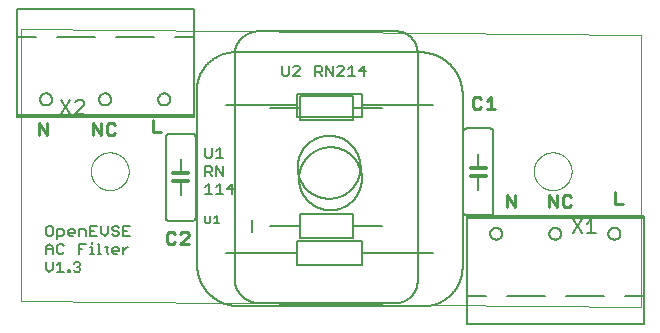
<source format=gto>
G75*
%MOIN*%
%OFA0B0*%
%FSLAX25Y25*%
%IPPOS*%
%LPD*%
%AMOC8*
5,1,8,0,0,1.08239X$1,22.5*
%
%ADD10C,0.00000*%
%ADD11C,0.00700*%
%ADD12C,0.00600*%
%ADD13C,0.00900*%
%ADD14C,0.00500*%
%ADD15C,0.01200*%
D10*
X0002816Y0009005D02*
X0002816Y0099556D01*
X0209509Y0097556D01*
X0209509Y0007005D01*
X0002816Y0009005D01*
X0026044Y0052280D02*
X0026046Y0052438D01*
X0026052Y0052596D01*
X0026062Y0052754D01*
X0026076Y0052912D01*
X0026094Y0053069D01*
X0026115Y0053226D01*
X0026141Y0053382D01*
X0026171Y0053538D01*
X0026204Y0053693D01*
X0026242Y0053846D01*
X0026283Y0053999D01*
X0026328Y0054151D01*
X0026377Y0054302D01*
X0026430Y0054451D01*
X0026486Y0054599D01*
X0026546Y0054745D01*
X0026610Y0054890D01*
X0026678Y0055033D01*
X0026749Y0055175D01*
X0026823Y0055315D01*
X0026901Y0055452D01*
X0026983Y0055588D01*
X0027067Y0055722D01*
X0027156Y0055853D01*
X0027247Y0055982D01*
X0027342Y0056109D01*
X0027439Y0056234D01*
X0027540Y0056356D01*
X0027644Y0056475D01*
X0027751Y0056592D01*
X0027861Y0056706D01*
X0027974Y0056817D01*
X0028089Y0056926D01*
X0028207Y0057031D01*
X0028328Y0057133D01*
X0028451Y0057233D01*
X0028577Y0057329D01*
X0028705Y0057422D01*
X0028835Y0057512D01*
X0028968Y0057598D01*
X0029103Y0057682D01*
X0029239Y0057761D01*
X0029378Y0057838D01*
X0029519Y0057910D01*
X0029661Y0057980D01*
X0029805Y0058045D01*
X0029951Y0058107D01*
X0030098Y0058165D01*
X0030247Y0058220D01*
X0030397Y0058271D01*
X0030548Y0058318D01*
X0030700Y0058361D01*
X0030853Y0058400D01*
X0031008Y0058436D01*
X0031163Y0058467D01*
X0031319Y0058495D01*
X0031475Y0058519D01*
X0031632Y0058539D01*
X0031790Y0058555D01*
X0031947Y0058567D01*
X0032106Y0058575D01*
X0032264Y0058579D01*
X0032422Y0058579D01*
X0032580Y0058575D01*
X0032739Y0058567D01*
X0032896Y0058555D01*
X0033054Y0058539D01*
X0033211Y0058519D01*
X0033367Y0058495D01*
X0033523Y0058467D01*
X0033678Y0058436D01*
X0033833Y0058400D01*
X0033986Y0058361D01*
X0034138Y0058318D01*
X0034289Y0058271D01*
X0034439Y0058220D01*
X0034588Y0058165D01*
X0034735Y0058107D01*
X0034881Y0058045D01*
X0035025Y0057980D01*
X0035167Y0057910D01*
X0035308Y0057838D01*
X0035447Y0057761D01*
X0035583Y0057682D01*
X0035718Y0057598D01*
X0035851Y0057512D01*
X0035981Y0057422D01*
X0036109Y0057329D01*
X0036235Y0057233D01*
X0036358Y0057133D01*
X0036479Y0057031D01*
X0036597Y0056926D01*
X0036712Y0056817D01*
X0036825Y0056706D01*
X0036935Y0056592D01*
X0037042Y0056475D01*
X0037146Y0056356D01*
X0037247Y0056234D01*
X0037344Y0056109D01*
X0037439Y0055982D01*
X0037530Y0055853D01*
X0037619Y0055722D01*
X0037703Y0055588D01*
X0037785Y0055452D01*
X0037863Y0055315D01*
X0037937Y0055175D01*
X0038008Y0055033D01*
X0038076Y0054890D01*
X0038140Y0054745D01*
X0038200Y0054599D01*
X0038256Y0054451D01*
X0038309Y0054302D01*
X0038358Y0054151D01*
X0038403Y0053999D01*
X0038444Y0053846D01*
X0038482Y0053693D01*
X0038515Y0053538D01*
X0038545Y0053382D01*
X0038571Y0053226D01*
X0038592Y0053069D01*
X0038610Y0052912D01*
X0038624Y0052754D01*
X0038634Y0052596D01*
X0038640Y0052438D01*
X0038642Y0052280D01*
X0038640Y0052122D01*
X0038634Y0051964D01*
X0038624Y0051806D01*
X0038610Y0051648D01*
X0038592Y0051491D01*
X0038571Y0051334D01*
X0038545Y0051178D01*
X0038515Y0051022D01*
X0038482Y0050867D01*
X0038444Y0050714D01*
X0038403Y0050561D01*
X0038358Y0050409D01*
X0038309Y0050258D01*
X0038256Y0050109D01*
X0038200Y0049961D01*
X0038140Y0049815D01*
X0038076Y0049670D01*
X0038008Y0049527D01*
X0037937Y0049385D01*
X0037863Y0049245D01*
X0037785Y0049108D01*
X0037703Y0048972D01*
X0037619Y0048838D01*
X0037530Y0048707D01*
X0037439Y0048578D01*
X0037344Y0048451D01*
X0037247Y0048326D01*
X0037146Y0048204D01*
X0037042Y0048085D01*
X0036935Y0047968D01*
X0036825Y0047854D01*
X0036712Y0047743D01*
X0036597Y0047634D01*
X0036479Y0047529D01*
X0036358Y0047427D01*
X0036235Y0047327D01*
X0036109Y0047231D01*
X0035981Y0047138D01*
X0035851Y0047048D01*
X0035718Y0046962D01*
X0035583Y0046878D01*
X0035447Y0046799D01*
X0035308Y0046722D01*
X0035167Y0046650D01*
X0035025Y0046580D01*
X0034881Y0046515D01*
X0034735Y0046453D01*
X0034588Y0046395D01*
X0034439Y0046340D01*
X0034289Y0046289D01*
X0034138Y0046242D01*
X0033986Y0046199D01*
X0033833Y0046160D01*
X0033678Y0046124D01*
X0033523Y0046093D01*
X0033367Y0046065D01*
X0033211Y0046041D01*
X0033054Y0046021D01*
X0032896Y0046005D01*
X0032739Y0045993D01*
X0032580Y0045985D01*
X0032422Y0045981D01*
X0032264Y0045981D01*
X0032106Y0045985D01*
X0031947Y0045993D01*
X0031790Y0046005D01*
X0031632Y0046021D01*
X0031475Y0046041D01*
X0031319Y0046065D01*
X0031163Y0046093D01*
X0031008Y0046124D01*
X0030853Y0046160D01*
X0030700Y0046199D01*
X0030548Y0046242D01*
X0030397Y0046289D01*
X0030247Y0046340D01*
X0030098Y0046395D01*
X0029951Y0046453D01*
X0029805Y0046515D01*
X0029661Y0046580D01*
X0029519Y0046650D01*
X0029378Y0046722D01*
X0029239Y0046799D01*
X0029103Y0046878D01*
X0028968Y0046962D01*
X0028835Y0047048D01*
X0028705Y0047138D01*
X0028577Y0047231D01*
X0028451Y0047327D01*
X0028328Y0047427D01*
X0028207Y0047529D01*
X0028089Y0047634D01*
X0027974Y0047743D01*
X0027861Y0047854D01*
X0027751Y0047968D01*
X0027644Y0048085D01*
X0027540Y0048204D01*
X0027439Y0048326D01*
X0027342Y0048451D01*
X0027247Y0048578D01*
X0027156Y0048707D01*
X0027067Y0048838D01*
X0026983Y0048972D01*
X0026901Y0049108D01*
X0026823Y0049245D01*
X0026749Y0049385D01*
X0026678Y0049527D01*
X0026610Y0049670D01*
X0026546Y0049815D01*
X0026486Y0049961D01*
X0026430Y0050109D01*
X0026377Y0050258D01*
X0026328Y0050409D01*
X0026283Y0050561D01*
X0026242Y0050714D01*
X0026204Y0050867D01*
X0026171Y0051022D01*
X0026141Y0051178D01*
X0026115Y0051334D01*
X0026094Y0051491D01*
X0026076Y0051648D01*
X0026062Y0051806D01*
X0026052Y0051964D01*
X0026046Y0052122D01*
X0026044Y0052280D01*
X0173682Y0052280D02*
X0173684Y0052438D01*
X0173690Y0052596D01*
X0173700Y0052754D01*
X0173714Y0052912D01*
X0173732Y0053069D01*
X0173753Y0053226D01*
X0173779Y0053382D01*
X0173809Y0053538D01*
X0173842Y0053693D01*
X0173880Y0053846D01*
X0173921Y0053999D01*
X0173966Y0054151D01*
X0174015Y0054302D01*
X0174068Y0054451D01*
X0174124Y0054599D01*
X0174184Y0054745D01*
X0174248Y0054890D01*
X0174316Y0055033D01*
X0174387Y0055175D01*
X0174461Y0055315D01*
X0174539Y0055452D01*
X0174621Y0055588D01*
X0174705Y0055722D01*
X0174794Y0055853D01*
X0174885Y0055982D01*
X0174980Y0056109D01*
X0175077Y0056234D01*
X0175178Y0056356D01*
X0175282Y0056475D01*
X0175389Y0056592D01*
X0175499Y0056706D01*
X0175612Y0056817D01*
X0175727Y0056926D01*
X0175845Y0057031D01*
X0175966Y0057133D01*
X0176089Y0057233D01*
X0176215Y0057329D01*
X0176343Y0057422D01*
X0176473Y0057512D01*
X0176606Y0057598D01*
X0176741Y0057682D01*
X0176877Y0057761D01*
X0177016Y0057838D01*
X0177157Y0057910D01*
X0177299Y0057980D01*
X0177443Y0058045D01*
X0177589Y0058107D01*
X0177736Y0058165D01*
X0177885Y0058220D01*
X0178035Y0058271D01*
X0178186Y0058318D01*
X0178338Y0058361D01*
X0178491Y0058400D01*
X0178646Y0058436D01*
X0178801Y0058467D01*
X0178957Y0058495D01*
X0179113Y0058519D01*
X0179270Y0058539D01*
X0179428Y0058555D01*
X0179585Y0058567D01*
X0179744Y0058575D01*
X0179902Y0058579D01*
X0180060Y0058579D01*
X0180218Y0058575D01*
X0180377Y0058567D01*
X0180534Y0058555D01*
X0180692Y0058539D01*
X0180849Y0058519D01*
X0181005Y0058495D01*
X0181161Y0058467D01*
X0181316Y0058436D01*
X0181471Y0058400D01*
X0181624Y0058361D01*
X0181776Y0058318D01*
X0181927Y0058271D01*
X0182077Y0058220D01*
X0182226Y0058165D01*
X0182373Y0058107D01*
X0182519Y0058045D01*
X0182663Y0057980D01*
X0182805Y0057910D01*
X0182946Y0057838D01*
X0183085Y0057761D01*
X0183221Y0057682D01*
X0183356Y0057598D01*
X0183489Y0057512D01*
X0183619Y0057422D01*
X0183747Y0057329D01*
X0183873Y0057233D01*
X0183996Y0057133D01*
X0184117Y0057031D01*
X0184235Y0056926D01*
X0184350Y0056817D01*
X0184463Y0056706D01*
X0184573Y0056592D01*
X0184680Y0056475D01*
X0184784Y0056356D01*
X0184885Y0056234D01*
X0184982Y0056109D01*
X0185077Y0055982D01*
X0185168Y0055853D01*
X0185257Y0055722D01*
X0185341Y0055588D01*
X0185423Y0055452D01*
X0185501Y0055315D01*
X0185575Y0055175D01*
X0185646Y0055033D01*
X0185714Y0054890D01*
X0185778Y0054745D01*
X0185838Y0054599D01*
X0185894Y0054451D01*
X0185947Y0054302D01*
X0185996Y0054151D01*
X0186041Y0053999D01*
X0186082Y0053846D01*
X0186120Y0053693D01*
X0186153Y0053538D01*
X0186183Y0053382D01*
X0186209Y0053226D01*
X0186230Y0053069D01*
X0186248Y0052912D01*
X0186262Y0052754D01*
X0186272Y0052596D01*
X0186278Y0052438D01*
X0186280Y0052280D01*
X0186278Y0052122D01*
X0186272Y0051964D01*
X0186262Y0051806D01*
X0186248Y0051648D01*
X0186230Y0051491D01*
X0186209Y0051334D01*
X0186183Y0051178D01*
X0186153Y0051022D01*
X0186120Y0050867D01*
X0186082Y0050714D01*
X0186041Y0050561D01*
X0185996Y0050409D01*
X0185947Y0050258D01*
X0185894Y0050109D01*
X0185838Y0049961D01*
X0185778Y0049815D01*
X0185714Y0049670D01*
X0185646Y0049527D01*
X0185575Y0049385D01*
X0185501Y0049245D01*
X0185423Y0049108D01*
X0185341Y0048972D01*
X0185257Y0048838D01*
X0185168Y0048707D01*
X0185077Y0048578D01*
X0184982Y0048451D01*
X0184885Y0048326D01*
X0184784Y0048204D01*
X0184680Y0048085D01*
X0184573Y0047968D01*
X0184463Y0047854D01*
X0184350Y0047743D01*
X0184235Y0047634D01*
X0184117Y0047529D01*
X0183996Y0047427D01*
X0183873Y0047327D01*
X0183747Y0047231D01*
X0183619Y0047138D01*
X0183489Y0047048D01*
X0183356Y0046962D01*
X0183221Y0046878D01*
X0183085Y0046799D01*
X0182946Y0046722D01*
X0182805Y0046650D01*
X0182663Y0046580D01*
X0182519Y0046515D01*
X0182373Y0046453D01*
X0182226Y0046395D01*
X0182077Y0046340D01*
X0181927Y0046289D01*
X0181776Y0046242D01*
X0181624Y0046199D01*
X0181471Y0046160D01*
X0181316Y0046124D01*
X0181161Y0046093D01*
X0181005Y0046065D01*
X0180849Y0046041D01*
X0180692Y0046021D01*
X0180534Y0046005D01*
X0180377Y0045993D01*
X0180218Y0045985D01*
X0180060Y0045981D01*
X0179902Y0045981D01*
X0179744Y0045985D01*
X0179585Y0045993D01*
X0179428Y0046005D01*
X0179270Y0046021D01*
X0179113Y0046041D01*
X0178957Y0046065D01*
X0178801Y0046093D01*
X0178646Y0046124D01*
X0178491Y0046160D01*
X0178338Y0046199D01*
X0178186Y0046242D01*
X0178035Y0046289D01*
X0177885Y0046340D01*
X0177736Y0046395D01*
X0177589Y0046453D01*
X0177443Y0046515D01*
X0177299Y0046580D01*
X0177157Y0046650D01*
X0177016Y0046722D01*
X0176877Y0046799D01*
X0176741Y0046878D01*
X0176606Y0046962D01*
X0176473Y0047048D01*
X0176343Y0047138D01*
X0176215Y0047231D01*
X0176089Y0047327D01*
X0175966Y0047427D01*
X0175845Y0047529D01*
X0175727Y0047634D01*
X0175612Y0047743D01*
X0175499Y0047854D01*
X0175389Y0047968D01*
X0175282Y0048085D01*
X0175178Y0048204D01*
X0175077Y0048326D01*
X0174980Y0048451D01*
X0174885Y0048578D01*
X0174794Y0048707D01*
X0174705Y0048838D01*
X0174621Y0048972D01*
X0174539Y0049108D01*
X0174461Y0049245D01*
X0174387Y0049385D01*
X0174316Y0049527D01*
X0174248Y0049670D01*
X0174184Y0049815D01*
X0174124Y0049961D01*
X0174068Y0050109D01*
X0174015Y0050258D01*
X0173966Y0050409D01*
X0173921Y0050561D01*
X0173880Y0050714D01*
X0173842Y0050867D01*
X0173809Y0051022D01*
X0173779Y0051178D01*
X0173753Y0051334D01*
X0173732Y0051491D01*
X0173714Y0051648D01*
X0173700Y0051806D01*
X0173690Y0051964D01*
X0173684Y0052122D01*
X0173682Y0052280D01*
D11*
X0117213Y0084126D02*
X0117213Y0087429D01*
X0115562Y0085778D01*
X0117764Y0085778D01*
X0114081Y0084126D02*
X0111879Y0084126D01*
X0112980Y0084126D02*
X0112980Y0087429D01*
X0111879Y0086328D01*
X0110398Y0086328D02*
X0110398Y0086879D01*
X0109847Y0087429D01*
X0108746Y0087429D01*
X0108196Y0086879D01*
X0106714Y0087429D02*
X0106714Y0084126D01*
X0104512Y0087429D01*
X0104512Y0084126D01*
X0103031Y0084126D02*
X0101930Y0085227D01*
X0102481Y0085227D02*
X0100829Y0085227D01*
X0100829Y0084126D02*
X0100829Y0087429D01*
X0102481Y0087429D01*
X0103031Y0086879D01*
X0103031Y0085778D01*
X0102481Y0085227D01*
X0108196Y0084126D02*
X0110398Y0086328D01*
X0110398Y0084126D02*
X0108196Y0084126D01*
X0095665Y0084126D02*
X0093463Y0084126D01*
X0095665Y0086328D01*
X0095665Y0086879D01*
X0095114Y0087429D01*
X0094014Y0087429D01*
X0093463Y0086879D01*
X0091982Y0087429D02*
X0091982Y0084677D01*
X0091431Y0084126D01*
X0090330Y0084126D01*
X0089780Y0084677D01*
X0089780Y0087429D01*
X0068973Y0060059D02*
X0068973Y0056756D01*
X0067873Y0056756D02*
X0070074Y0056756D01*
X0070074Y0054059D02*
X0070074Y0050756D01*
X0067873Y0054059D01*
X0067873Y0050756D01*
X0066391Y0050756D02*
X0065290Y0051857D01*
X0065841Y0051857D02*
X0064189Y0051857D01*
X0064189Y0050756D02*
X0064189Y0054059D01*
X0065841Y0054059D01*
X0066391Y0053509D01*
X0066391Y0052408D01*
X0065841Y0051857D01*
X0065290Y0048059D02*
X0065290Y0044756D01*
X0064189Y0044756D02*
X0066391Y0044756D01*
X0067873Y0044756D02*
X0070074Y0044756D01*
X0068973Y0044756D02*
X0068973Y0048059D01*
X0067873Y0046958D01*
X0071556Y0046408D02*
X0073758Y0046408D01*
X0073207Y0048059D02*
X0071556Y0046408D01*
X0073207Y0048059D02*
X0073207Y0044756D01*
X0065290Y0048059D02*
X0064189Y0046958D01*
X0064740Y0056756D02*
X0065841Y0056756D01*
X0066391Y0057307D01*
X0066391Y0060059D01*
X0067873Y0058958D02*
X0068973Y0060059D01*
X0064189Y0060059D02*
X0064189Y0057307D01*
X0064740Y0056756D01*
X0039087Y0033996D02*
X0036885Y0033996D01*
X0036885Y0030693D01*
X0039087Y0030693D01*
X0037986Y0032345D02*
X0036885Y0032345D01*
X0035403Y0031794D02*
X0035403Y0031244D01*
X0034853Y0030693D01*
X0033752Y0030693D01*
X0033202Y0031244D01*
X0031720Y0031794D02*
X0031720Y0033996D01*
X0033202Y0033446D02*
X0033202Y0032895D01*
X0033752Y0032345D01*
X0034853Y0032345D01*
X0035403Y0031794D01*
X0035403Y0033446D02*
X0034853Y0033996D01*
X0033752Y0033996D01*
X0033202Y0033446D01*
X0031720Y0031794D02*
X0030619Y0030693D01*
X0029518Y0031794D01*
X0029518Y0033996D01*
X0028037Y0033996D02*
X0025835Y0033996D01*
X0025835Y0030693D01*
X0028037Y0030693D01*
X0026936Y0032345D02*
X0025835Y0032345D01*
X0024354Y0032345D02*
X0024354Y0030693D01*
X0022152Y0030693D02*
X0022152Y0032895D01*
X0023804Y0032895D01*
X0024354Y0032345D01*
X0020671Y0032345D02*
X0020671Y0031794D01*
X0018469Y0031794D01*
X0018469Y0031244D02*
X0018469Y0032345D01*
X0019020Y0032895D01*
X0020120Y0032895D01*
X0020671Y0032345D01*
X0016988Y0032345D02*
X0016988Y0031244D01*
X0016437Y0030693D01*
X0014786Y0030693D01*
X0014786Y0029592D02*
X0014786Y0032895D01*
X0016437Y0032895D01*
X0016988Y0032345D01*
X0018469Y0031244D02*
X0019020Y0030693D01*
X0020120Y0030693D01*
X0022152Y0027996D02*
X0024354Y0027996D01*
X0025835Y0026895D02*
X0026386Y0026895D01*
X0026386Y0024693D01*
X0026936Y0024693D02*
X0025835Y0024693D01*
X0028291Y0024693D02*
X0029392Y0024693D01*
X0028841Y0024693D02*
X0028841Y0027996D01*
X0028291Y0027996D01*
X0026386Y0027996D02*
X0026386Y0028547D01*
X0023253Y0026345D02*
X0022152Y0026345D01*
X0022152Y0027996D02*
X0022152Y0024693D01*
X0021962Y0021996D02*
X0020861Y0021996D01*
X0020311Y0021446D01*
X0021412Y0020345D02*
X0021962Y0020345D01*
X0022512Y0019794D01*
X0022512Y0019244D01*
X0021962Y0018693D01*
X0020861Y0018693D01*
X0020311Y0019244D01*
X0019020Y0019244D02*
X0019020Y0018693D01*
X0018469Y0018693D01*
X0018469Y0019244D01*
X0019020Y0019244D01*
X0016988Y0018693D02*
X0014786Y0018693D01*
X0015887Y0018693D02*
X0015887Y0021996D01*
X0014786Y0020895D01*
X0013305Y0019794D02*
X0013305Y0021996D01*
X0011103Y0021996D02*
X0011103Y0019794D01*
X0012204Y0018693D01*
X0013305Y0019794D01*
X0013305Y0024693D02*
X0013305Y0026895D01*
X0012204Y0027996D01*
X0011103Y0026895D01*
X0011103Y0024693D01*
X0014786Y0025244D02*
X0015336Y0024693D01*
X0016437Y0024693D01*
X0016988Y0025244D01*
X0016988Y0027446D02*
X0016437Y0027996D01*
X0015336Y0027996D01*
X0014786Y0027446D01*
X0014786Y0025244D01*
X0013305Y0026345D02*
X0011103Y0026345D01*
X0011653Y0030693D02*
X0012754Y0030693D01*
X0013305Y0031244D01*
X0013305Y0033446D01*
X0012754Y0033996D01*
X0011653Y0033996D01*
X0011103Y0033446D01*
X0011103Y0031244D01*
X0011653Y0030693D01*
X0021962Y0021996D02*
X0022512Y0021446D01*
X0022512Y0020895D01*
X0021962Y0020345D01*
X0031297Y0025244D02*
X0031847Y0024693D01*
X0031297Y0025244D02*
X0031297Y0027446D01*
X0031847Y0026895D02*
X0030746Y0026895D01*
X0033202Y0026345D02*
X0033202Y0025244D01*
X0033752Y0024693D01*
X0034853Y0024693D01*
X0035403Y0025794D02*
X0033202Y0025794D01*
X0033202Y0026345D02*
X0033752Y0026895D01*
X0034853Y0026895D01*
X0035403Y0026345D01*
X0035403Y0025794D01*
X0036885Y0025794D02*
X0037986Y0026895D01*
X0038536Y0026895D01*
X0036885Y0026895D02*
X0036885Y0024693D01*
D12*
X0051965Y0035812D02*
X0059965Y0035812D01*
X0060025Y0035814D01*
X0060086Y0035819D01*
X0060145Y0035828D01*
X0060204Y0035841D01*
X0060263Y0035857D01*
X0060320Y0035877D01*
X0060375Y0035900D01*
X0060430Y0035927D01*
X0060482Y0035956D01*
X0060533Y0035989D01*
X0060582Y0036025D01*
X0060628Y0036063D01*
X0060672Y0036105D01*
X0060714Y0036149D01*
X0060752Y0036195D01*
X0060788Y0036244D01*
X0060821Y0036295D01*
X0060850Y0036347D01*
X0060877Y0036402D01*
X0060900Y0036457D01*
X0060920Y0036514D01*
X0060936Y0036573D01*
X0060949Y0036632D01*
X0060958Y0036691D01*
X0060963Y0036752D01*
X0060965Y0036812D01*
X0060965Y0063812D01*
X0060963Y0063872D01*
X0060958Y0063933D01*
X0060949Y0063992D01*
X0060936Y0064051D01*
X0060920Y0064110D01*
X0060900Y0064167D01*
X0060877Y0064222D01*
X0060850Y0064277D01*
X0060821Y0064329D01*
X0060788Y0064380D01*
X0060752Y0064429D01*
X0060714Y0064475D01*
X0060672Y0064519D01*
X0060628Y0064561D01*
X0060582Y0064599D01*
X0060533Y0064635D01*
X0060482Y0064668D01*
X0060430Y0064697D01*
X0060375Y0064724D01*
X0060320Y0064747D01*
X0060263Y0064767D01*
X0060204Y0064783D01*
X0060145Y0064796D01*
X0060086Y0064805D01*
X0060025Y0064810D01*
X0059965Y0064812D01*
X0051965Y0064812D01*
X0051905Y0064810D01*
X0051844Y0064805D01*
X0051785Y0064796D01*
X0051726Y0064783D01*
X0051667Y0064767D01*
X0051610Y0064747D01*
X0051555Y0064724D01*
X0051500Y0064697D01*
X0051448Y0064668D01*
X0051397Y0064635D01*
X0051348Y0064599D01*
X0051302Y0064561D01*
X0051258Y0064519D01*
X0051216Y0064475D01*
X0051178Y0064429D01*
X0051142Y0064380D01*
X0051109Y0064329D01*
X0051080Y0064277D01*
X0051053Y0064222D01*
X0051030Y0064167D01*
X0051010Y0064110D01*
X0050994Y0064051D01*
X0050981Y0063992D01*
X0050972Y0063933D01*
X0050967Y0063872D01*
X0050965Y0063812D01*
X0050965Y0036812D01*
X0050967Y0036752D01*
X0050972Y0036691D01*
X0050981Y0036632D01*
X0050994Y0036573D01*
X0051010Y0036514D01*
X0051030Y0036457D01*
X0051053Y0036402D01*
X0051080Y0036347D01*
X0051109Y0036295D01*
X0051142Y0036244D01*
X0051178Y0036195D01*
X0051216Y0036149D01*
X0051258Y0036105D01*
X0051302Y0036063D01*
X0051348Y0036025D01*
X0051397Y0035989D01*
X0051448Y0035956D01*
X0051500Y0035927D01*
X0051555Y0035900D01*
X0051610Y0035877D01*
X0051667Y0035857D01*
X0051726Y0035841D01*
X0051785Y0035828D01*
X0051844Y0035819D01*
X0051905Y0035814D01*
X0051965Y0035812D01*
X0064139Y0035297D02*
X0064573Y0034864D01*
X0065440Y0034864D01*
X0065874Y0035297D01*
X0065874Y0037466D01*
X0067086Y0036599D02*
X0067953Y0037466D01*
X0067953Y0034864D01*
X0067086Y0034864D02*
X0068821Y0034864D01*
X0064139Y0035297D02*
X0064139Y0037466D01*
X0055965Y0044312D02*
X0055965Y0049112D01*
X0055965Y0051612D02*
X0055965Y0056312D01*
X0060300Y0070257D02*
X0060300Y0071056D01*
X0001300Y0071056D01*
X0001300Y0097056D01*
X0001300Y0106457D01*
X0060300Y0106457D01*
X0060300Y0097056D01*
X0060300Y0071056D01*
X0060300Y0070257D02*
X0001300Y0070257D01*
X0001300Y0071056D01*
X0009101Y0076257D02*
X0009103Y0076346D01*
X0009109Y0076435D01*
X0009119Y0076524D01*
X0009133Y0076612D01*
X0009150Y0076699D01*
X0009172Y0076785D01*
X0009198Y0076871D01*
X0009227Y0076955D01*
X0009260Y0077038D01*
X0009296Y0077119D01*
X0009337Y0077199D01*
X0009380Y0077276D01*
X0009427Y0077352D01*
X0009478Y0077425D01*
X0009531Y0077496D01*
X0009588Y0077565D01*
X0009648Y0077631D01*
X0009711Y0077695D01*
X0009776Y0077755D01*
X0009844Y0077813D01*
X0009915Y0077867D01*
X0009988Y0077918D01*
X0010063Y0077966D01*
X0010140Y0078011D01*
X0010219Y0078052D01*
X0010300Y0078089D01*
X0010382Y0078123D01*
X0010466Y0078154D01*
X0010551Y0078180D01*
X0010637Y0078203D01*
X0010724Y0078221D01*
X0010812Y0078236D01*
X0010901Y0078247D01*
X0010990Y0078254D01*
X0011079Y0078257D01*
X0011168Y0078256D01*
X0011257Y0078251D01*
X0011345Y0078242D01*
X0011434Y0078229D01*
X0011521Y0078212D01*
X0011608Y0078192D01*
X0011694Y0078167D01*
X0011778Y0078139D01*
X0011861Y0078107D01*
X0011943Y0078071D01*
X0012023Y0078032D01*
X0012101Y0077989D01*
X0012177Y0077943D01*
X0012251Y0077893D01*
X0012323Y0077840D01*
X0012392Y0077784D01*
X0012459Y0077725D01*
X0012523Y0077663D01*
X0012584Y0077599D01*
X0012643Y0077531D01*
X0012698Y0077461D01*
X0012750Y0077389D01*
X0012799Y0077314D01*
X0012844Y0077238D01*
X0012886Y0077159D01*
X0012924Y0077079D01*
X0012959Y0076997D01*
X0012990Y0076913D01*
X0013018Y0076828D01*
X0013041Y0076742D01*
X0013061Y0076655D01*
X0013077Y0076568D01*
X0013089Y0076479D01*
X0013097Y0076391D01*
X0013101Y0076302D01*
X0013101Y0076212D01*
X0013097Y0076123D01*
X0013089Y0076035D01*
X0013077Y0075946D01*
X0013061Y0075859D01*
X0013041Y0075772D01*
X0013018Y0075686D01*
X0012990Y0075601D01*
X0012959Y0075517D01*
X0012924Y0075435D01*
X0012886Y0075355D01*
X0012844Y0075276D01*
X0012799Y0075200D01*
X0012750Y0075125D01*
X0012698Y0075053D01*
X0012643Y0074983D01*
X0012584Y0074915D01*
X0012523Y0074851D01*
X0012459Y0074789D01*
X0012392Y0074730D01*
X0012323Y0074674D01*
X0012251Y0074621D01*
X0012177Y0074571D01*
X0012101Y0074525D01*
X0012023Y0074482D01*
X0011943Y0074443D01*
X0011861Y0074407D01*
X0011778Y0074375D01*
X0011694Y0074347D01*
X0011608Y0074322D01*
X0011521Y0074302D01*
X0011434Y0074285D01*
X0011345Y0074272D01*
X0011257Y0074263D01*
X0011168Y0074258D01*
X0011079Y0074257D01*
X0010990Y0074260D01*
X0010901Y0074267D01*
X0010812Y0074278D01*
X0010724Y0074293D01*
X0010637Y0074311D01*
X0010551Y0074334D01*
X0010466Y0074360D01*
X0010382Y0074391D01*
X0010300Y0074425D01*
X0010219Y0074462D01*
X0010140Y0074503D01*
X0010063Y0074548D01*
X0009988Y0074596D01*
X0009915Y0074647D01*
X0009844Y0074701D01*
X0009776Y0074759D01*
X0009711Y0074819D01*
X0009648Y0074883D01*
X0009588Y0074949D01*
X0009531Y0075018D01*
X0009478Y0075089D01*
X0009427Y0075162D01*
X0009380Y0075238D01*
X0009337Y0075315D01*
X0009296Y0075395D01*
X0009260Y0075476D01*
X0009227Y0075559D01*
X0009198Y0075643D01*
X0009172Y0075729D01*
X0009150Y0075815D01*
X0009133Y0075902D01*
X0009119Y0075990D01*
X0009109Y0076079D01*
X0009103Y0076168D01*
X0009101Y0076257D01*
X0028801Y0076257D02*
X0028803Y0076346D01*
X0028809Y0076435D01*
X0028819Y0076524D01*
X0028833Y0076612D01*
X0028850Y0076699D01*
X0028872Y0076785D01*
X0028898Y0076871D01*
X0028927Y0076955D01*
X0028960Y0077038D01*
X0028996Y0077119D01*
X0029037Y0077199D01*
X0029080Y0077276D01*
X0029127Y0077352D01*
X0029178Y0077425D01*
X0029231Y0077496D01*
X0029288Y0077565D01*
X0029348Y0077631D01*
X0029411Y0077695D01*
X0029476Y0077755D01*
X0029544Y0077813D01*
X0029615Y0077867D01*
X0029688Y0077918D01*
X0029763Y0077966D01*
X0029840Y0078011D01*
X0029919Y0078052D01*
X0030000Y0078089D01*
X0030082Y0078123D01*
X0030166Y0078154D01*
X0030251Y0078180D01*
X0030337Y0078203D01*
X0030424Y0078221D01*
X0030512Y0078236D01*
X0030601Y0078247D01*
X0030690Y0078254D01*
X0030779Y0078257D01*
X0030868Y0078256D01*
X0030957Y0078251D01*
X0031045Y0078242D01*
X0031134Y0078229D01*
X0031221Y0078212D01*
X0031308Y0078192D01*
X0031394Y0078167D01*
X0031478Y0078139D01*
X0031561Y0078107D01*
X0031643Y0078071D01*
X0031723Y0078032D01*
X0031801Y0077989D01*
X0031877Y0077943D01*
X0031951Y0077893D01*
X0032023Y0077840D01*
X0032092Y0077784D01*
X0032159Y0077725D01*
X0032223Y0077663D01*
X0032284Y0077599D01*
X0032343Y0077531D01*
X0032398Y0077461D01*
X0032450Y0077389D01*
X0032499Y0077314D01*
X0032544Y0077238D01*
X0032586Y0077159D01*
X0032624Y0077079D01*
X0032659Y0076997D01*
X0032690Y0076913D01*
X0032718Y0076828D01*
X0032741Y0076742D01*
X0032761Y0076655D01*
X0032777Y0076568D01*
X0032789Y0076479D01*
X0032797Y0076391D01*
X0032801Y0076302D01*
X0032801Y0076212D01*
X0032797Y0076123D01*
X0032789Y0076035D01*
X0032777Y0075946D01*
X0032761Y0075859D01*
X0032741Y0075772D01*
X0032718Y0075686D01*
X0032690Y0075601D01*
X0032659Y0075517D01*
X0032624Y0075435D01*
X0032586Y0075355D01*
X0032544Y0075276D01*
X0032499Y0075200D01*
X0032450Y0075125D01*
X0032398Y0075053D01*
X0032343Y0074983D01*
X0032284Y0074915D01*
X0032223Y0074851D01*
X0032159Y0074789D01*
X0032092Y0074730D01*
X0032023Y0074674D01*
X0031951Y0074621D01*
X0031877Y0074571D01*
X0031801Y0074525D01*
X0031723Y0074482D01*
X0031643Y0074443D01*
X0031561Y0074407D01*
X0031478Y0074375D01*
X0031394Y0074347D01*
X0031308Y0074322D01*
X0031221Y0074302D01*
X0031134Y0074285D01*
X0031045Y0074272D01*
X0030957Y0074263D01*
X0030868Y0074258D01*
X0030779Y0074257D01*
X0030690Y0074260D01*
X0030601Y0074267D01*
X0030512Y0074278D01*
X0030424Y0074293D01*
X0030337Y0074311D01*
X0030251Y0074334D01*
X0030166Y0074360D01*
X0030082Y0074391D01*
X0030000Y0074425D01*
X0029919Y0074462D01*
X0029840Y0074503D01*
X0029763Y0074548D01*
X0029688Y0074596D01*
X0029615Y0074647D01*
X0029544Y0074701D01*
X0029476Y0074759D01*
X0029411Y0074819D01*
X0029348Y0074883D01*
X0029288Y0074949D01*
X0029231Y0075018D01*
X0029178Y0075089D01*
X0029127Y0075162D01*
X0029080Y0075238D01*
X0029037Y0075315D01*
X0028996Y0075395D01*
X0028960Y0075476D01*
X0028927Y0075559D01*
X0028898Y0075643D01*
X0028872Y0075729D01*
X0028850Y0075815D01*
X0028833Y0075902D01*
X0028819Y0075990D01*
X0028809Y0076079D01*
X0028803Y0076168D01*
X0028801Y0076257D01*
X0048501Y0076257D02*
X0048503Y0076346D01*
X0048509Y0076435D01*
X0048519Y0076524D01*
X0048533Y0076612D01*
X0048550Y0076699D01*
X0048572Y0076785D01*
X0048598Y0076871D01*
X0048627Y0076955D01*
X0048660Y0077038D01*
X0048696Y0077119D01*
X0048737Y0077199D01*
X0048780Y0077276D01*
X0048827Y0077352D01*
X0048878Y0077425D01*
X0048931Y0077496D01*
X0048988Y0077565D01*
X0049048Y0077631D01*
X0049111Y0077695D01*
X0049176Y0077755D01*
X0049244Y0077813D01*
X0049315Y0077867D01*
X0049388Y0077918D01*
X0049463Y0077966D01*
X0049540Y0078011D01*
X0049619Y0078052D01*
X0049700Y0078089D01*
X0049782Y0078123D01*
X0049866Y0078154D01*
X0049951Y0078180D01*
X0050037Y0078203D01*
X0050124Y0078221D01*
X0050212Y0078236D01*
X0050301Y0078247D01*
X0050390Y0078254D01*
X0050479Y0078257D01*
X0050568Y0078256D01*
X0050657Y0078251D01*
X0050745Y0078242D01*
X0050834Y0078229D01*
X0050921Y0078212D01*
X0051008Y0078192D01*
X0051094Y0078167D01*
X0051178Y0078139D01*
X0051261Y0078107D01*
X0051343Y0078071D01*
X0051423Y0078032D01*
X0051501Y0077989D01*
X0051577Y0077943D01*
X0051651Y0077893D01*
X0051723Y0077840D01*
X0051792Y0077784D01*
X0051859Y0077725D01*
X0051923Y0077663D01*
X0051984Y0077599D01*
X0052043Y0077531D01*
X0052098Y0077461D01*
X0052150Y0077389D01*
X0052199Y0077314D01*
X0052244Y0077238D01*
X0052286Y0077159D01*
X0052324Y0077079D01*
X0052359Y0076997D01*
X0052390Y0076913D01*
X0052418Y0076828D01*
X0052441Y0076742D01*
X0052461Y0076655D01*
X0052477Y0076568D01*
X0052489Y0076479D01*
X0052497Y0076391D01*
X0052501Y0076302D01*
X0052501Y0076212D01*
X0052497Y0076123D01*
X0052489Y0076035D01*
X0052477Y0075946D01*
X0052461Y0075859D01*
X0052441Y0075772D01*
X0052418Y0075686D01*
X0052390Y0075601D01*
X0052359Y0075517D01*
X0052324Y0075435D01*
X0052286Y0075355D01*
X0052244Y0075276D01*
X0052199Y0075200D01*
X0052150Y0075125D01*
X0052098Y0075053D01*
X0052043Y0074983D01*
X0051984Y0074915D01*
X0051923Y0074851D01*
X0051859Y0074789D01*
X0051792Y0074730D01*
X0051723Y0074674D01*
X0051651Y0074621D01*
X0051577Y0074571D01*
X0051501Y0074525D01*
X0051423Y0074482D01*
X0051343Y0074443D01*
X0051261Y0074407D01*
X0051178Y0074375D01*
X0051094Y0074347D01*
X0051008Y0074322D01*
X0050921Y0074302D01*
X0050834Y0074285D01*
X0050745Y0074272D01*
X0050657Y0074263D01*
X0050568Y0074258D01*
X0050479Y0074257D01*
X0050390Y0074260D01*
X0050301Y0074267D01*
X0050212Y0074278D01*
X0050124Y0074293D01*
X0050037Y0074311D01*
X0049951Y0074334D01*
X0049866Y0074360D01*
X0049782Y0074391D01*
X0049700Y0074425D01*
X0049619Y0074462D01*
X0049540Y0074503D01*
X0049463Y0074548D01*
X0049388Y0074596D01*
X0049315Y0074647D01*
X0049244Y0074701D01*
X0049176Y0074759D01*
X0049111Y0074819D01*
X0049048Y0074883D01*
X0048988Y0074949D01*
X0048931Y0075018D01*
X0048878Y0075089D01*
X0048827Y0075162D01*
X0048780Y0075238D01*
X0048737Y0075315D01*
X0048696Y0075395D01*
X0048660Y0075476D01*
X0048627Y0075559D01*
X0048598Y0075643D01*
X0048572Y0075729D01*
X0048550Y0075815D01*
X0048533Y0075902D01*
X0048519Y0075990D01*
X0048509Y0076079D01*
X0048503Y0076168D01*
X0048501Y0076257D01*
X0047001Y0097056D02*
X0034300Y0097056D01*
X0027300Y0097056D02*
X0014599Y0097056D01*
X0007599Y0097056D02*
X0001300Y0097056D01*
X0054001Y0097056D02*
X0060300Y0097056D01*
X0150178Y0065544D02*
X0150178Y0038544D01*
X0150180Y0038484D01*
X0150185Y0038423D01*
X0150194Y0038364D01*
X0150207Y0038305D01*
X0150223Y0038246D01*
X0150243Y0038189D01*
X0150266Y0038134D01*
X0150293Y0038079D01*
X0150322Y0038027D01*
X0150355Y0037976D01*
X0150391Y0037927D01*
X0150429Y0037881D01*
X0150471Y0037837D01*
X0150515Y0037795D01*
X0150561Y0037757D01*
X0150610Y0037721D01*
X0150661Y0037688D01*
X0150713Y0037659D01*
X0150768Y0037632D01*
X0150823Y0037609D01*
X0150880Y0037589D01*
X0150939Y0037573D01*
X0150998Y0037560D01*
X0151057Y0037551D01*
X0151118Y0037546D01*
X0151178Y0037544D01*
X0159178Y0037544D01*
X0159238Y0037546D01*
X0159299Y0037551D01*
X0159358Y0037560D01*
X0159417Y0037573D01*
X0159476Y0037589D01*
X0159533Y0037609D01*
X0159588Y0037632D01*
X0159643Y0037659D01*
X0159695Y0037688D01*
X0159746Y0037721D01*
X0159795Y0037757D01*
X0159841Y0037795D01*
X0159885Y0037837D01*
X0159927Y0037881D01*
X0159965Y0037927D01*
X0160001Y0037976D01*
X0160034Y0038027D01*
X0160063Y0038079D01*
X0160090Y0038134D01*
X0160113Y0038189D01*
X0160133Y0038246D01*
X0160149Y0038305D01*
X0160162Y0038364D01*
X0160171Y0038423D01*
X0160176Y0038484D01*
X0160178Y0038544D01*
X0160178Y0065544D01*
X0160176Y0065604D01*
X0160171Y0065665D01*
X0160162Y0065724D01*
X0160149Y0065783D01*
X0160133Y0065842D01*
X0160113Y0065899D01*
X0160090Y0065954D01*
X0160063Y0066009D01*
X0160034Y0066061D01*
X0160001Y0066112D01*
X0159965Y0066161D01*
X0159927Y0066207D01*
X0159885Y0066251D01*
X0159841Y0066293D01*
X0159795Y0066331D01*
X0159746Y0066367D01*
X0159695Y0066400D01*
X0159643Y0066429D01*
X0159588Y0066456D01*
X0159533Y0066479D01*
X0159476Y0066499D01*
X0159417Y0066515D01*
X0159358Y0066528D01*
X0159299Y0066537D01*
X0159238Y0066542D01*
X0159178Y0066544D01*
X0151178Y0066544D01*
X0151118Y0066542D01*
X0151057Y0066537D01*
X0150998Y0066528D01*
X0150939Y0066515D01*
X0150880Y0066499D01*
X0150823Y0066479D01*
X0150768Y0066456D01*
X0150713Y0066429D01*
X0150661Y0066400D01*
X0150610Y0066367D01*
X0150561Y0066331D01*
X0150515Y0066293D01*
X0150471Y0066251D01*
X0150429Y0066207D01*
X0150391Y0066161D01*
X0150355Y0066112D01*
X0150322Y0066061D01*
X0150293Y0066009D01*
X0150266Y0065954D01*
X0150243Y0065899D01*
X0150223Y0065842D01*
X0150207Y0065783D01*
X0150194Y0065724D01*
X0150185Y0065665D01*
X0150180Y0065604D01*
X0150178Y0065544D01*
X0155178Y0058044D02*
X0155178Y0053344D01*
X0155178Y0050844D02*
X0155178Y0046044D01*
X0151331Y0037501D02*
X0151331Y0036702D01*
X0210331Y0036702D01*
X0210331Y0010702D01*
X0210331Y0001300D01*
X0151331Y0001300D01*
X0151331Y0010702D01*
X0151331Y0036702D01*
X0151331Y0037501D02*
X0210331Y0037501D01*
X0210331Y0036702D01*
X0198531Y0031500D02*
X0198533Y0031589D01*
X0198539Y0031678D01*
X0198549Y0031767D01*
X0198563Y0031855D01*
X0198580Y0031942D01*
X0198602Y0032028D01*
X0198628Y0032114D01*
X0198657Y0032198D01*
X0198690Y0032281D01*
X0198726Y0032362D01*
X0198767Y0032442D01*
X0198810Y0032519D01*
X0198857Y0032595D01*
X0198908Y0032668D01*
X0198961Y0032739D01*
X0199018Y0032808D01*
X0199078Y0032874D01*
X0199141Y0032938D01*
X0199206Y0032998D01*
X0199274Y0033056D01*
X0199345Y0033110D01*
X0199418Y0033161D01*
X0199493Y0033209D01*
X0199570Y0033254D01*
X0199649Y0033295D01*
X0199730Y0033332D01*
X0199812Y0033366D01*
X0199896Y0033397D01*
X0199981Y0033423D01*
X0200067Y0033446D01*
X0200154Y0033464D01*
X0200242Y0033479D01*
X0200331Y0033490D01*
X0200420Y0033497D01*
X0200509Y0033500D01*
X0200598Y0033499D01*
X0200687Y0033494D01*
X0200775Y0033485D01*
X0200864Y0033472D01*
X0200951Y0033455D01*
X0201038Y0033435D01*
X0201124Y0033410D01*
X0201208Y0033382D01*
X0201291Y0033350D01*
X0201373Y0033314D01*
X0201453Y0033275D01*
X0201531Y0033232D01*
X0201607Y0033186D01*
X0201681Y0033136D01*
X0201753Y0033083D01*
X0201822Y0033027D01*
X0201889Y0032968D01*
X0201953Y0032906D01*
X0202014Y0032842D01*
X0202073Y0032774D01*
X0202128Y0032704D01*
X0202180Y0032632D01*
X0202229Y0032557D01*
X0202274Y0032481D01*
X0202316Y0032402D01*
X0202354Y0032322D01*
X0202389Y0032240D01*
X0202420Y0032156D01*
X0202448Y0032071D01*
X0202471Y0031985D01*
X0202491Y0031898D01*
X0202507Y0031811D01*
X0202519Y0031722D01*
X0202527Y0031634D01*
X0202531Y0031545D01*
X0202531Y0031455D01*
X0202527Y0031366D01*
X0202519Y0031278D01*
X0202507Y0031189D01*
X0202491Y0031102D01*
X0202471Y0031015D01*
X0202448Y0030929D01*
X0202420Y0030844D01*
X0202389Y0030760D01*
X0202354Y0030678D01*
X0202316Y0030598D01*
X0202274Y0030519D01*
X0202229Y0030443D01*
X0202180Y0030368D01*
X0202128Y0030296D01*
X0202073Y0030226D01*
X0202014Y0030158D01*
X0201953Y0030094D01*
X0201889Y0030032D01*
X0201822Y0029973D01*
X0201753Y0029917D01*
X0201681Y0029864D01*
X0201607Y0029814D01*
X0201531Y0029768D01*
X0201453Y0029725D01*
X0201373Y0029686D01*
X0201291Y0029650D01*
X0201208Y0029618D01*
X0201124Y0029590D01*
X0201038Y0029565D01*
X0200951Y0029545D01*
X0200864Y0029528D01*
X0200775Y0029515D01*
X0200687Y0029506D01*
X0200598Y0029501D01*
X0200509Y0029500D01*
X0200420Y0029503D01*
X0200331Y0029510D01*
X0200242Y0029521D01*
X0200154Y0029536D01*
X0200067Y0029554D01*
X0199981Y0029577D01*
X0199896Y0029603D01*
X0199812Y0029634D01*
X0199730Y0029668D01*
X0199649Y0029705D01*
X0199570Y0029746D01*
X0199493Y0029791D01*
X0199418Y0029839D01*
X0199345Y0029890D01*
X0199274Y0029944D01*
X0199206Y0030002D01*
X0199141Y0030062D01*
X0199078Y0030126D01*
X0199018Y0030192D01*
X0198961Y0030261D01*
X0198908Y0030332D01*
X0198857Y0030405D01*
X0198810Y0030481D01*
X0198767Y0030558D01*
X0198726Y0030638D01*
X0198690Y0030719D01*
X0198657Y0030802D01*
X0198628Y0030886D01*
X0198602Y0030972D01*
X0198580Y0031058D01*
X0198563Y0031145D01*
X0198549Y0031233D01*
X0198539Y0031322D01*
X0198533Y0031411D01*
X0198531Y0031500D01*
X0178831Y0031500D02*
X0178833Y0031589D01*
X0178839Y0031678D01*
X0178849Y0031767D01*
X0178863Y0031855D01*
X0178880Y0031942D01*
X0178902Y0032028D01*
X0178928Y0032114D01*
X0178957Y0032198D01*
X0178990Y0032281D01*
X0179026Y0032362D01*
X0179067Y0032442D01*
X0179110Y0032519D01*
X0179157Y0032595D01*
X0179208Y0032668D01*
X0179261Y0032739D01*
X0179318Y0032808D01*
X0179378Y0032874D01*
X0179441Y0032938D01*
X0179506Y0032998D01*
X0179574Y0033056D01*
X0179645Y0033110D01*
X0179718Y0033161D01*
X0179793Y0033209D01*
X0179870Y0033254D01*
X0179949Y0033295D01*
X0180030Y0033332D01*
X0180112Y0033366D01*
X0180196Y0033397D01*
X0180281Y0033423D01*
X0180367Y0033446D01*
X0180454Y0033464D01*
X0180542Y0033479D01*
X0180631Y0033490D01*
X0180720Y0033497D01*
X0180809Y0033500D01*
X0180898Y0033499D01*
X0180987Y0033494D01*
X0181075Y0033485D01*
X0181164Y0033472D01*
X0181251Y0033455D01*
X0181338Y0033435D01*
X0181424Y0033410D01*
X0181508Y0033382D01*
X0181591Y0033350D01*
X0181673Y0033314D01*
X0181753Y0033275D01*
X0181831Y0033232D01*
X0181907Y0033186D01*
X0181981Y0033136D01*
X0182053Y0033083D01*
X0182122Y0033027D01*
X0182189Y0032968D01*
X0182253Y0032906D01*
X0182314Y0032842D01*
X0182373Y0032774D01*
X0182428Y0032704D01*
X0182480Y0032632D01*
X0182529Y0032557D01*
X0182574Y0032481D01*
X0182616Y0032402D01*
X0182654Y0032322D01*
X0182689Y0032240D01*
X0182720Y0032156D01*
X0182748Y0032071D01*
X0182771Y0031985D01*
X0182791Y0031898D01*
X0182807Y0031811D01*
X0182819Y0031722D01*
X0182827Y0031634D01*
X0182831Y0031545D01*
X0182831Y0031455D01*
X0182827Y0031366D01*
X0182819Y0031278D01*
X0182807Y0031189D01*
X0182791Y0031102D01*
X0182771Y0031015D01*
X0182748Y0030929D01*
X0182720Y0030844D01*
X0182689Y0030760D01*
X0182654Y0030678D01*
X0182616Y0030598D01*
X0182574Y0030519D01*
X0182529Y0030443D01*
X0182480Y0030368D01*
X0182428Y0030296D01*
X0182373Y0030226D01*
X0182314Y0030158D01*
X0182253Y0030094D01*
X0182189Y0030032D01*
X0182122Y0029973D01*
X0182053Y0029917D01*
X0181981Y0029864D01*
X0181907Y0029814D01*
X0181831Y0029768D01*
X0181753Y0029725D01*
X0181673Y0029686D01*
X0181591Y0029650D01*
X0181508Y0029618D01*
X0181424Y0029590D01*
X0181338Y0029565D01*
X0181251Y0029545D01*
X0181164Y0029528D01*
X0181075Y0029515D01*
X0180987Y0029506D01*
X0180898Y0029501D01*
X0180809Y0029500D01*
X0180720Y0029503D01*
X0180631Y0029510D01*
X0180542Y0029521D01*
X0180454Y0029536D01*
X0180367Y0029554D01*
X0180281Y0029577D01*
X0180196Y0029603D01*
X0180112Y0029634D01*
X0180030Y0029668D01*
X0179949Y0029705D01*
X0179870Y0029746D01*
X0179793Y0029791D01*
X0179718Y0029839D01*
X0179645Y0029890D01*
X0179574Y0029944D01*
X0179506Y0030002D01*
X0179441Y0030062D01*
X0179378Y0030126D01*
X0179318Y0030192D01*
X0179261Y0030261D01*
X0179208Y0030332D01*
X0179157Y0030405D01*
X0179110Y0030481D01*
X0179067Y0030558D01*
X0179026Y0030638D01*
X0178990Y0030719D01*
X0178957Y0030802D01*
X0178928Y0030886D01*
X0178902Y0030972D01*
X0178880Y0031058D01*
X0178863Y0031145D01*
X0178849Y0031233D01*
X0178839Y0031322D01*
X0178833Y0031411D01*
X0178831Y0031500D01*
X0159131Y0031500D02*
X0159133Y0031589D01*
X0159139Y0031678D01*
X0159149Y0031767D01*
X0159163Y0031855D01*
X0159180Y0031942D01*
X0159202Y0032028D01*
X0159228Y0032114D01*
X0159257Y0032198D01*
X0159290Y0032281D01*
X0159326Y0032362D01*
X0159367Y0032442D01*
X0159410Y0032519D01*
X0159457Y0032595D01*
X0159508Y0032668D01*
X0159561Y0032739D01*
X0159618Y0032808D01*
X0159678Y0032874D01*
X0159741Y0032938D01*
X0159806Y0032998D01*
X0159874Y0033056D01*
X0159945Y0033110D01*
X0160018Y0033161D01*
X0160093Y0033209D01*
X0160170Y0033254D01*
X0160249Y0033295D01*
X0160330Y0033332D01*
X0160412Y0033366D01*
X0160496Y0033397D01*
X0160581Y0033423D01*
X0160667Y0033446D01*
X0160754Y0033464D01*
X0160842Y0033479D01*
X0160931Y0033490D01*
X0161020Y0033497D01*
X0161109Y0033500D01*
X0161198Y0033499D01*
X0161287Y0033494D01*
X0161375Y0033485D01*
X0161464Y0033472D01*
X0161551Y0033455D01*
X0161638Y0033435D01*
X0161724Y0033410D01*
X0161808Y0033382D01*
X0161891Y0033350D01*
X0161973Y0033314D01*
X0162053Y0033275D01*
X0162131Y0033232D01*
X0162207Y0033186D01*
X0162281Y0033136D01*
X0162353Y0033083D01*
X0162422Y0033027D01*
X0162489Y0032968D01*
X0162553Y0032906D01*
X0162614Y0032842D01*
X0162673Y0032774D01*
X0162728Y0032704D01*
X0162780Y0032632D01*
X0162829Y0032557D01*
X0162874Y0032481D01*
X0162916Y0032402D01*
X0162954Y0032322D01*
X0162989Y0032240D01*
X0163020Y0032156D01*
X0163048Y0032071D01*
X0163071Y0031985D01*
X0163091Y0031898D01*
X0163107Y0031811D01*
X0163119Y0031722D01*
X0163127Y0031634D01*
X0163131Y0031545D01*
X0163131Y0031455D01*
X0163127Y0031366D01*
X0163119Y0031278D01*
X0163107Y0031189D01*
X0163091Y0031102D01*
X0163071Y0031015D01*
X0163048Y0030929D01*
X0163020Y0030844D01*
X0162989Y0030760D01*
X0162954Y0030678D01*
X0162916Y0030598D01*
X0162874Y0030519D01*
X0162829Y0030443D01*
X0162780Y0030368D01*
X0162728Y0030296D01*
X0162673Y0030226D01*
X0162614Y0030158D01*
X0162553Y0030094D01*
X0162489Y0030032D01*
X0162422Y0029973D01*
X0162353Y0029917D01*
X0162281Y0029864D01*
X0162207Y0029814D01*
X0162131Y0029768D01*
X0162053Y0029725D01*
X0161973Y0029686D01*
X0161891Y0029650D01*
X0161808Y0029618D01*
X0161724Y0029590D01*
X0161638Y0029565D01*
X0161551Y0029545D01*
X0161464Y0029528D01*
X0161375Y0029515D01*
X0161287Y0029506D01*
X0161198Y0029501D01*
X0161109Y0029500D01*
X0161020Y0029503D01*
X0160931Y0029510D01*
X0160842Y0029521D01*
X0160754Y0029536D01*
X0160667Y0029554D01*
X0160581Y0029577D01*
X0160496Y0029603D01*
X0160412Y0029634D01*
X0160330Y0029668D01*
X0160249Y0029705D01*
X0160170Y0029746D01*
X0160093Y0029791D01*
X0160018Y0029839D01*
X0159945Y0029890D01*
X0159874Y0029944D01*
X0159806Y0030002D01*
X0159741Y0030062D01*
X0159678Y0030126D01*
X0159618Y0030192D01*
X0159561Y0030261D01*
X0159508Y0030332D01*
X0159457Y0030405D01*
X0159410Y0030481D01*
X0159367Y0030558D01*
X0159326Y0030638D01*
X0159290Y0030719D01*
X0159257Y0030802D01*
X0159228Y0030886D01*
X0159202Y0030972D01*
X0159180Y0031058D01*
X0159163Y0031145D01*
X0159149Y0031233D01*
X0159139Y0031322D01*
X0159133Y0031411D01*
X0159131Y0031500D01*
X0157631Y0010702D02*
X0151331Y0010702D01*
X0164631Y0010702D02*
X0177331Y0010702D01*
X0184331Y0010702D02*
X0197032Y0010702D01*
X0204032Y0010702D02*
X0210331Y0010702D01*
D13*
X0185417Y0040195D02*
X0184050Y0040195D01*
X0183366Y0040879D01*
X0183366Y0043614D01*
X0184050Y0044298D01*
X0185417Y0044298D01*
X0186101Y0043614D01*
X0181497Y0044298D02*
X0181497Y0040195D01*
X0178762Y0044298D01*
X0178762Y0040195D01*
X0185417Y0040195D02*
X0186101Y0040879D01*
X0200715Y0041360D02*
X0203450Y0041360D01*
X0200715Y0041360D02*
X0200715Y0045464D01*
X0167497Y0044298D02*
X0167497Y0040195D01*
X0164762Y0044298D01*
X0164762Y0040195D01*
X0160763Y0072919D02*
X0158027Y0072919D01*
X0159395Y0072919D02*
X0159395Y0077023D01*
X0158027Y0075655D01*
X0156159Y0076339D02*
X0155475Y0077023D01*
X0154107Y0077023D01*
X0153423Y0076339D01*
X0153423Y0073603D01*
X0154107Y0072919D01*
X0155475Y0072919D01*
X0156159Y0073603D01*
X0058610Y0031370D02*
X0058610Y0030686D01*
X0055874Y0027951D01*
X0058610Y0027951D01*
X0054006Y0028635D02*
X0053322Y0027951D01*
X0051954Y0027951D01*
X0051270Y0028635D01*
X0051270Y0031370D01*
X0051954Y0032054D01*
X0053322Y0032054D01*
X0054006Y0031370D01*
X0055874Y0031370D02*
X0056558Y0032054D01*
X0057926Y0032054D01*
X0058610Y0031370D01*
X0033417Y0064195D02*
X0034101Y0064879D01*
X0033417Y0064195D02*
X0032050Y0064195D01*
X0031366Y0064879D01*
X0031366Y0067614D01*
X0032050Y0068298D01*
X0033417Y0068298D01*
X0034101Y0067614D01*
X0029497Y0068298D02*
X0029497Y0064195D01*
X0026762Y0068298D01*
X0026762Y0064195D01*
X0011497Y0064195D02*
X0011497Y0068298D01*
X0008762Y0068298D02*
X0011497Y0064195D01*
X0008762Y0064195D02*
X0008762Y0068298D01*
X0046715Y0069464D02*
X0046715Y0065360D01*
X0049450Y0065360D01*
D14*
X0071241Y0074209D02*
X0094863Y0074209D01*
X0094863Y0070272D01*
X0116517Y0070272D01*
X0116517Y0074209D01*
X0116517Y0078146D01*
X0094863Y0078146D01*
X0094863Y0074209D01*
X0095611Y0073304D02*
X0085769Y0073304D01*
X0095611Y0077241D02*
X0095611Y0069367D01*
X0113328Y0069367D01*
X0113328Y0073304D01*
X0113328Y0077241D01*
X0095611Y0077241D01*
X0113328Y0073304D02*
X0123170Y0073304D01*
X0116517Y0074209D02*
X0140139Y0074209D01*
X0149981Y0077731D02*
X0149977Y0078074D01*
X0149964Y0078417D01*
X0149944Y0078759D01*
X0149915Y0079101D01*
X0149878Y0079442D01*
X0149832Y0079782D01*
X0149778Y0080121D01*
X0149717Y0080458D01*
X0149647Y0080794D01*
X0149569Y0081128D01*
X0149482Y0081460D01*
X0149388Y0081790D01*
X0149286Y0082117D01*
X0149176Y0082442D01*
X0149059Y0082765D01*
X0148933Y0083084D01*
X0148800Y0083400D01*
X0148659Y0083713D01*
X0148511Y0084022D01*
X0148355Y0084328D01*
X0148192Y0084630D01*
X0148022Y0084927D01*
X0147844Y0085221D01*
X0147660Y0085510D01*
X0147468Y0085795D01*
X0147270Y0086075D01*
X0147065Y0086350D01*
X0146853Y0086620D01*
X0146635Y0086885D01*
X0146411Y0087144D01*
X0146181Y0087398D01*
X0145944Y0087646D01*
X0145701Y0087889D01*
X0145453Y0088126D01*
X0145199Y0088356D01*
X0144940Y0088580D01*
X0144675Y0088798D01*
X0144405Y0089010D01*
X0144130Y0089215D01*
X0143850Y0089413D01*
X0143565Y0089605D01*
X0143276Y0089789D01*
X0142982Y0089967D01*
X0142685Y0090137D01*
X0142383Y0090300D01*
X0142077Y0090456D01*
X0141768Y0090604D01*
X0141455Y0090745D01*
X0141139Y0090878D01*
X0140820Y0091004D01*
X0140497Y0091121D01*
X0140172Y0091231D01*
X0139845Y0091333D01*
X0139515Y0091427D01*
X0139183Y0091514D01*
X0138849Y0091592D01*
X0138513Y0091662D01*
X0138176Y0091723D01*
X0137837Y0091777D01*
X0137497Y0091823D01*
X0137156Y0091860D01*
X0136814Y0091889D01*
X0136472Y0091909D01*
X0136129Y0091922D01*
X0135786Y0091926D01*
X0074003Y0091926D01*
X0073957Y0091066D02*
X0073957Y0016535D01*
X0075318Y0007281D02*
X0074982Y0007285D01*
X0074646Y0007297D01*
X0074310Y0007318D01*
X0073975Y0007346D01*
X0073640Y0007382D01*
X0073307Y0007427D01*
X0072975Y0007480D01*
X0072644Y0007540D01*
X0072314Y0007609D01*
X0071987Y0007685D01*
X0071661Y0007770D01*
X0071338Y0007862D01*
X0071017Y0007962D01*
X0070698Y0008070D01*
X0070382Y0008186D01*
X0070069Y0008309D01*
X0069759Y0008439D01*
X0069453Y0008577D01*
X0069149Y0008723D01*
X0068850Y0008875D01*
X0068554Y0009035D01*
X0068262Y0009202D01*
X0067974Y0009376D01*
X0067690Y0009557D01*
X0067411Y0009745D01*
X0067137Y0009939D01*
X0066867Y0010140D01*
X0066602Y0010348D01*
X0066342Y0010561D01*
X0066088Y0010781D01*
X0065839Y0011008D01*
X0065595Y0011240D01*
X0065358Y0011477D01*
X0065126Y0011721D01*
X0064899Y0011970D01*
X0064679Y0012224D01*
X0064466Y0012484D01*
X0064258Y0012749D01*
X0064057Y0013019D01*
X0063863Y0013293D01*
X0063675Y0013572D01*
X0063494Y0013856D01*
X0063320Y0014144D01*
X0063153Y0014436D01*
X0062993Y0014732D01*
X0062841Y0015031D01*
X0062695Y0015335D01*
X0062557Y0015641D01*
X0062427Y0015951D01*
X0062304Y0016264D01*
X0062188Y0016580D01*
X0062080Y0016899D01*
X0061980Y0017220D01*
X0061888Y0017543D01*
X0061803Y0017869D01*
X0061727Y0018196D01*
X0061658Y0018526D01*
X0061598Y0018857D01*
X0061545Y0019189D01*
X0061500Y0019522D01*
X0061464Y0019857D01*
X0061436Y0020192D01*
X0061415Y0020528D01*
X0061403Y0020864D01*
X0061399Y0021200D01*
X0061398Y0021200D02*
X0061398Y0079321D01*
X0061402Y0079626D01*
X0061413Y0079930D01*
X0061431Y0080234D01*
X0061457Y0080538D01*
X0061490Y0080840D01*
X0061530Y0081142D01*
X0061578Y0081443D01*
X0061633Y0081743D01*
X0061695Y0082041D01*
X0061764Y0082338D01*
X0061841Y0082632D01*
X0061924Y0082925D01*
X0062015Y0083216D01*
X0062113Y0083505D01*
X0062217Y0083791D01*
X0062329Y0084074D01*
X0062447Y0084355D01*
X0062572Y0084633D01*
X0062704Y0084907D01*
X0062842Y0085179D01*
X0062987Y0085447D01*
X0063138Y0085711D01*
X0063295Y0085972D01*
X0063459Y0086229D01*
X0063629Y0086481D01*
X0063805Y0086730D01*
X0063987Y0086974D01*
X0064175Y0087214D01*
X0064369Y0087449D01*
X0064568Y0087680D01*
X0064773Y0087905D01*
X0064983Y0088126D01*
X0065198Y0088341D01*
X0065419Y0088551D01*
X0065644Y0088756D01*
X0065875Y0088955D01*
X0066110Y0089149D01*
X0066350Y0089337D01*
X0066594Y0089519D01*
X0066843Y0089695D01*
X0067095Y0089865D01*
X0067352Y0090029D01*
X0067613Y0090186D01*
X0067877Y0090337D01*
X0068145Y0090482D01*
X0068417Y0090620D01*
X0068691Y0090752D01*
X0068969Y0090877D01*
X0069250Y0090995D01*
X0069533Y0091107D01*
X0069819Y0091211D01*
X0070108Y0091309D01*
X0070399Y0091400D01*
X0070692Y0091483D01*
X0070986Y0091560D01*
X0071283Y0091629D01*
X0071581Y0091691D01*
X0071881Y0091746D01*
X0072182Y0091794D01*
X0072484Y0091834D01*
X0072786Y0091867D01*
X0073090Y0091893D01*
X0073394Y0091911D01*
X0073698Y0091922D01*
X0074003Y0091926D01*
X0073958Y0091066D02*
X0073960Y0091255D01*
X0073967Y0091444D01*
X0073979Y0091633D01*
X0073995Y0091822D01*
X0074015Y0092010D01*
X0074040Y0092197D01*
X0074070Y0092384D01*
X0074104Y0092570D01*
X0074142Y0092755D01*
X0074185Y0092939D01*
X0074233Y0093122D01*
X0074285Y0093304D01*
X0074341Y0093485D01*
X0074402Y0093664D01*
X0074467Y0093842D01*
X0074536Y0094018D01*
X0074609Y0094192D01*
X0074687Y0094365D01*
X0074769Y0094535D01*
X0074855Y0094704D01*
X0074945Y0094870D01*
X0075039Y0095034D01*
X0075136Y0095196D01*
X0075238Y0095356D01*
X0075344Y0095513D01*
X0075453Y0095667D01*
X0075566Y0095819D01*
X0075683Y0095968D01*
X0075803Y0096114D01*
X0075927Y0096257D01*
X0076054Y0096397D01*
X0076184Y0096534D01*
X0076318Y0096668D01*
X0076455Y0096798D01*
X0076595Y0096925D01*
X0076738Y0097049D01*
X0076884Y0097169D01*
X0077033Y0097286D01*
X0077185Y0097399D01*
X0077339Y0097508D01*
X0077496Y0097614D01*
X0077656Y0097716D01*
X0077818Y0097813D01*
X0077982Y0097907D01*
X0078148Y0097997D01*
X0078317Y0098083D01*
X0078487Y0098165D01*
X0078660Y0098243D01*
X0078834Y0098316D01*
X0079010Y0098385D01*
X0079188Y0098450D01*
X0079367Y0098511D01*
X0079548Y0098567D01*
X0079730Y0098619D01*
X0079913Y0098667D01*
X0080097Y0098710D01*
X0080282Y0098748D01*
X0080468Y0098782D01*
X0080655Y0098812D01*
X0080842Y0098837D01*
X0081030Y0098857D01*
X0081219Y0098873D01*
X0081408Y0098885D01*
X0081597Y0098892D01*
X0081786Y0098894D01*
X0127910Y0098894D01*
X0128081Y0098892D01*
X0128252Y0098886D01*
X0128422Y0098875D01*
X0128592Y0098861D01*
X0128762Y0098842D01*
X0128932Y0098820D01*
X0129100Y0098793D01*
X0129269Y0098762D01*
X0129436Y0098727D01*
X0129602Y0098689D01*
X0129768Y0098646D01*
X0129932Y0098599D01*
X0130095Y0098548D01*
X0130257Y0098493D01*
X0130417Y0098434D01*
X0130576Y0098372D01*
X0130734Y0098306D01*
X0130890Y0098236D01*
X0131044Y0098162D01*
X0131196Y0098084D01*
X0131346Y0098003D01*
X0131495Y0097918D01*
X0131641Y0097830D01*
X0131785Y0097738D01*
X0131927Y0097642D01*
X0132066Y0097544D01*
X0132203Y0097441D01*
X0132338Y0097336D01*
X0132470Y0097227D01*
X0132599Y0097116D01*
X0132725Y0097001D01*
X0132849Y0096883D01*
X0132970Y0096762D01*
X0133088Y0096638D01*
X0133203Y0096512D01*
X0133314Y0096383D01*
X0133423Y0096251D01*
X0133528Y0096116D01*
X0133631Y0095979D01*
X0133729Y0095840D01*
X0133825Y0095698D01*
X0133917Y0095554D01*
X0134005Y0095408D01*
X0134090Y0095259D01*
X0134171Y0095109D01*
X0134249Y0094957D01*
X0134323Y0094803D01*
X0134393Y0094647D01*
X0134459Y0094489D01*
X0134521Y0094330D01*
X0134580Y0094170D01*
X0134635Y0094008D01*
X0134686Y0093845D01*
X0134733Y0093681D01*
X0134776Y0093515D01*
X0134814Y0093349D01*
X0134849Y0093182D01*
X0134880Y0093013D01*
X0134907Y0092845D01*
X0134929Y0092675D01*
X0134948Y0092505D01*
X0134962Y0092335D01*
X0134973Y0092165D01*
X0134979Y0091994D01*
X0134981Y0091823D01*
X0134981Y0015814D01*
X0134979Y0015633D01*
X0134972Y0015453D01*
X0134961Y0015273D01*
X0134946Y0015093D01*
X0134927Y0014913D01*
X0134903Y0014735D01*
X0134874Y0014556D01*
X0134842Y0014379D01*
X0134805Y0014202D01*
X0134764Y0014026D01*
X0134719Y0013851D01*
X0134669Y0013678D01*
X0134615Y0013505D01*
X0134557Y0013334D01*
X0134496Y0013165D01*
X0134429Y0012997D01*
X0134359Y0012830D01*
X0134285Y0012666D01*
X0134207Y0012503D01*
X0134125Y0012342D01*
X0134039Y0012183D01*
X0133950Y0012027D01*
X0133856Y0011872D01*
X0133759Y0011720D01*
X0133659Y0011570D01*
X0133554Y0011423D01*
X0133446Y0011278D01*
X0133335Y0011136D01*
X0133220Y0010996D01*
X0133102Y0010860D01*
X0132981Y0010726D01*
X0132856Y0010595D01*
X0132729Y0010468D01*
X0132598Y0010343D01*
X0132464Y0010222D01*
X0132328Y0010104D01*
X0132188Y0009989D01*
X0132046Y0009878D01*
X0131901Y0009770D01*
X0131754Y0009665D01*
X0131604Y0009565D01*
X0131452Y0009468D01*
X0131297Y0009374D01*
X0131141Y0009285D01*
X0130982Y0009199D01*
X0130821Y0009117D01*
X0130658Y0009039D01*
X0130494Y0008965D01*
X0130327Y0008895D01*
X0130159Y0008828D01*
X0129990Y0008767D01*
X0129819Y0008709D01*
X0129646Y0008655D01*
X0129473Y0008605D01*
X0129298Y0008560D01*
X0129122Y0008519D01*
X0128945Y0008482D01*
X0128768Y0008450D01*
X0128589Y0008421D01*
X0128411Y0008397D01*
X0128231Y0008378D01*
X0128051Y0008363D01*
X0127871Y0008352D01*
X0127691Y0008345D01*
X0127510Y0008343D01*
X0082149Y0008343D01*
X0075318Y0007280D02*
X0136776Y0007280D01*
X0137095Y0007284D01*
X0137414Y0007295D01*
X0137733Y0007315D01*
X0138050Y0007342D01*
X0138368Y0007376D01*
X0138684Y0007419D01*
X0138999Y0007468D01*
X0139313Y0007526D01*
X0139625Y0007591D01*
X0139936Y0007664D01*
X0140245Y0007744D01*
X0140552Y0007831D01*
X0140857Y0007926D01*
X0141159Y0008029D01*
X0141459Y0008138D01*
X0141756Y0008255D01*
X0142050Y0008379D01*
X0142341Y0008510D01*
X0142628Y0008648D01*
X0142913Y0008793D01*
X0143193Y0008944D01*
X0143470Y0009103D01*
X0143743Y0009268D01*
X0144013Y0009439D01*
X0144277Y0009617D01*
X0144538Y0009802D01*
X0144794Y0009993D01*
X0145045Y0010189D01*
X0145291Y0010392D01*
X0145533Y0010601D01*
X0145769Y0010815D01*
X0146000Y0011036D01*
X0146225Y0011261D01*
X0146446Y0011492D01*
X0146660Y0011728D01*
X0146869Y0011970D01*
X0147072Y0012216D01*
X0147268Y0012467D01*
X0147459Y0012723D01*
X0147644Y0012984D01*
X0147822Y0013248D01*
X0147993Y0013518D01*
X0148158Y0013791D01*
X0148317Y0014068D01*
X0148468Y0014348D01*
X0148613Y0014633D01*
X0148751Y0014920D01*
X0148882Y0015211D01*
X0149006Y0015505D01*
X0149123Y0015802D01*
X0149232Y0016102D01*
X0149335Y0016404D01*
X0149430Y0016709D01*
X0149517Y0017016D01*
X0149597Y0017325D01*
X0149670Y0017636D01*
X0149735Y0017948D01*
X0149793Y0018262D01*
X0149842Y0018577D01*
X0149885Y0018893D01*
X0149919Y0019211D01*
X0149946Y0019528D01*
X0149966Y0019847D01*
X0149977Y0020166D01*
X0149981Y0020485D01*
X0149981Y0077731D01*
X0094971Y0053619D02*
X0094974Y0053876D01*
X0094984Y0054133D01*
X0094999Y0054390D01*
X0095021Y0054647D01*
X0095050Y0054902D01*
X0095084Y0055157D01*
X0095125Y0055411D01*
X0095172Y0055664D01*
X0095226Y0055916D01*
X0095285Y0056166D01*
X0095351Y0056415D01*
X0095422Y0056662D01*
X0095500Y0056907D01*
X0095584Y0057151D01*
X0095673Y0057392D01*
X0095769Y0057631D01*
X0095870Y0057867D01*
X0095977Y0058101D01*
X0096090Y0058332D01*
X0096209Y0058561D01*
X0096333Y0058786D01*
X0096462Y0059008D01*
X0096597Y0059227D01*
X0096738Y0059443D01*
X0096883Y0059655D01*
X0097034Y0059864D01*
X0097190Y0060068D01*
X0097351Y0060269D01*
X0097516Y0060466D01*
X0097687Y0060659D01*
X0097862Y0060847D01*
X0098041Y0061032D01*
X0098226Y0061211D01*
X0098414Y0061386D01*
X0098607Y0061557D01*
X0098804Y0061722D01*
X0099005Y0061883D01*
X0099209Y0062039D01*
X0099418Y0062190D01*
X0099630Y0062335D01*
X0099846Y0062476D01*
X0100065Y0062611D01*
X0100287Y0062740D01*
X0100512Y0062864D01*
X0100741Y0062983D01*
X0100972Y0063096D01*
X0101206Y0063203D01*
X0101442Y0063304D01*
X0101681Y0063400D01*
X0101922Y0063489D01*
X0102166Y0063573D01*
X0102411Y0063651D01*
X0102658Y0063722D01*
X0102907Y0063788D01*
X0103157Y0063847D01*
X0103409Y0063901D01*
X0103662Y0063948D01*
X0103916Y0063989D01*
X0104171Y0064023D01*
X0104426Y0064052D01*
X0104683Y0064074D01*
X0104940Y0064089D01*
X0105197Y0064099D01*
X0105454Y0064102D01*
X0105711Y0064099D01*
X0105968Y0064089D01*
X0106225Y0064074D01*
X0106482Y0064052D01*
X0106737Y0064023D01*
X0106992Y0063989D01*
X0107246Y0063948D01*
X0107499Y0063901D01*
X0107751Y0063847D01*
X0108001Y0063788D01*
X0108250Y0063722D01*
X0108497Y0063651D01*
X0108742Y0063573D01*
X0108986Y0063489D01*
X0109227Y0063400D01*
X0109466Y0063304D01*
X0109702Y0063203D01*
X0109936Y0063096D01*
X0110167Y0062983D01*
X0110396Y0062864D01*
X0110621Y0062740D01*
X0110843Y0062611D01*
X0111062Y0062476D01*
X0111278Y0062335D01*
X0111490Y0062190D01*
X0111699Y0062039D01*
X0111903Y0061883D01*
X0112104Y0061722D01*
X0112301Y0061557D01*
X0112494Y0061386D01*
X0112682Y0061211D01*
X0112867Y0061032D01*
X0113046Y0060847D01*
X0113221Y0060659D01*
X0113392Y0060466D01*
X0113557Y0060269D01*
X0113718Y0060068D01*
X0113874Y0059864D01*
X0114025Y0059655D01*
X0114170Y0059443D01*
X0114311Y0059227D01*
X0114446Y0059008D01*
X0114575Y0058786D01*
X0114699Y0058561D01*
X0114818Y0058332D01*
X0114931Y0058101D01*
X0115038Y0057867D01*
X0115139Y0057631D01*
X0115235Y0057392D01*
X0115324Y0057151D01*
X0115408Y0056907D01*
X0115486Y0056662D01*
X0115557Y0056415D01*
X0115623Y0056166D01*
X0115682Y0055916D01*
X0115736Y0055664D01*
X0115783Y0055411D01*
X0115824Y0055157D01*
X0115858Y0054902D01*
X0115887Y0054647D01*
X0115909Y0054390D01*
X0115924Y0054133D01*
X0115934Y0053876D01*
X0115937Y0053619D01*
X0115934Y0053362D01*
X0115924Y0053105D01*
X0115909Y0052848D01*
X0115887Y0052591D01*
X0115858Y0052336D01*
X0115824Y0052081D01*
X0115783Y0051827D01*
X0115736Y0051574D01*
X0115682Y0051322D01*
X0115623Y0051072D01*
X0115557Y0050823D01*
X0115486Y0050576D01*
X0115408Y0050331D01*
X0115324Y0050087D01*
X0115235Y0049846D01*
X0115139Y0049607D01*
X0115038Y0049371D01*
X0114931Y0049137D01*
X0114818Y0048906D01*
X0114699Y0048677D01*
X0114575Y0048452D01*
X0114446Y0048230D01*
X0114311Y0048011D01*
X0114170Y0047795D01*
X0114025Y0047583D01*
X0113874Y0047374D01*
X0113718Y0047170D01*
X0113557Y0046969D01*
X0113392Y0046772D01*
X0113221Y0046579D01*
X0113046Y0046391D01*
X0112867Y0046206D01*
X0112682Y0046027D01*
X0112494Y0045852D01*
X0112301Y0045681D01*
X0112104Y0045516D01*
X0111903Y0045355D01*
X0111699Y0045199D01*
X0111490Y0045048D01*
X0111278Y0044903D01*
X0111062Y0044762D01*
X0110843Y0044627D01*
X0110621Y0044498D01*
X0110396Y0044374D01*
X0110167Y0044255D01*
X0109936Y0044142D01*
X0109702Y0044035D01*
X0109466Y0043934D01*
X0109227Y0043838D01*
X0108986Y0043749D01*
X0108742Y0043665D01*
X0108497Y0043587D01*
X0108250Y0043516D01*
X0108001Y0043450D01*
X0107751Y0043391D01*
X0107499Y0043337D01*
X0107246Y0043290D01*
X0106992Y0043249D01*
X0106737Y0043215D01*
X0106482Y0043186D01*
X0106225Y0043164D01*
X0105968Y0043149D01*
X0105711Y0043139D01*
X0105454Y0043136D01*
X0105197Y0043139D01*
X0104940Y0043149D01*
X0104683Y0043164D01*
X0104426Y0043186D01*
X0104171Y0043215D01*
X0103916Y0043249D01*
X0103662Y0043290D01*
X0103409Y0043337D01*
X0103157Y0043391D01*
X0102907Y0043450D01*
X0102658Y0043516D01*
X0102411Y0043587D01*
X0102166Y0043665D01*
X0101922Y0043749D01*
X0101681Y0043838D01*
X0101442Y0043934D01*
X0101206Y0044035D01*
X0100972Y0044142D01*
X0100741Y0044255D01*
X0100512Y0044374D01*
X0100287Y0044498D01*
X0100065Y0044627D01*
X0099846Y0044762D01*
X0099630Y0044903D01*
X0099418Y0045048D01*
X0099209Y0045199D01*
X0099005Y0045355D01*
X0098804Y0045516D01*
X0098607Y0045681D01*
X0098414Y0045852D01*
X0098226Y0046027D01*
X0098041Y0046206D01*
X0097862Y0046391D01*
X0097687Y0046579D01*
X0097516Y0046772D01*
X0097351Y0046969D01*
X0097190Y0047170D01*
X0097034Y0047374D01*
X0096883Y0047583D01*
X0096738Y0047795D01*
X0096597Y0048011D01*
X0096462Y0048230D01*
X0096333Y0048452D01*
X0096209Y0048677D01*
X0096090Y0048906D01*
X0095977Y0049137D01*
X0095870Y0049371D01*
X0095769Y0049607D01*
X0095673Y0049846D01*
X0095584Y0050087D01*
X0095500Y0050331D01*
X0095422Y0050576D01*
X0095351Y0050823D01*
X0095285Y0051072D01*
X0095226Y0051322D01*
X0095172Y0051574D01*
X0095125Y0051827D01*
X0095084Y0052081D01*
X0095050Y0052336D01*
X0095021Y0052591D01*
X0094999Y0052848D01*
X0094984Y0053105D01*
X0094974Y0053362D01*
X0094971Y0053619D01*
X0095404Y0049800D02*
X0095407Y0050057D01*
X0095417Y0050314D01*
X0095432Y0050571D01*
X0095454Y0050828D01*
X0095483Y0051083D01*
X0095517Y0051338D01*
X0095558Y0051592D01*
X0095605Y0051845D01*
X0095659Y0052097D01*
X0095718Y0052347D01*
X0095784Y0052596D01*
X0095855Y0052843D01*
X0095933Y0053088D01*
X0096017Y0053332D01*
X0096106Y0053573D01*
X0096202Y0053812D01*
X0096303Y0054048D01*
X0096410Y0054282D01*
X0096523Y0054513D01*
X0096642Y0054742D01*
X0096766Y0054967D01*
X0096895Y0055189D01*
X0097030Y0055408D01*
X0097171Y0055624D01*
X0097316Y0055836D01*
X0097467Y0056045D01*
X0097623Y0056249D01*
X0097784Y0056450D01*
X0097949Y0056647D01*
X0098120Y0056840D01*
X0098295Y0057028D01*
X0098474Y0057213D01*
X0098659Y0057392D01*
X0098847Y0057567D01*
X0099040Y0057738D01*
X0099237Y0057903D01*
X0099438Y0058064D01*
X0099642Y0058220D01*
X0099851Y0058371D01*
X0100063Y0058516D01*
X0100279Y0058657D01*
X0100498Y0058792D01*
X0100720Y0058921D01*
X0100945Y0059045D01*
X0101174Y0059164D01*
X0101405Y0059277D01*
X0101639Y0059384D01*
X0101875Y0059485D01*
X0102114Y0059581D01*
X0102355Y0059670D01*
X0102599Y0059754D01*
X0102844Y0059832D01*
X0103091Y0059903D01*
X0103340Y0059969D01*
X0103590Y0060028D01*
X0103842Y0060082D01*
X0104095Y0060129D01*
X0104349Y0060170D01*
X0104604Y0060204D01*
X0104859Y0060233D01*
X0105116Y0060255D01*
X0105373Y0060270D01*
X0105630Y0060280D01*
X0105887Y0060283D01*
X0106144Y0060280D01*
X0106401Y0060270D01*
X0106658Y0060255D01*
X0106915Y0060233D01*
X0107170Y0060204D01*
X0107425Y0060170D01*
X0107679Y0060129D01*
X0107932Y0060082D01*
X0108184Y0060028D01*
X0108434Y0059969D01*
X0108683Y0059903D01*
X0108930Y0059832D01*
X0109175Y0059754D01*
X0109419Y0059670D01*
X0109660Y0059581D01*
X0109899Y0059485D01*
X0110135Y0059384D01*
X0110369Y0059277D01*
X0110600Y0059164D01*
X0110829Y0059045D01*
X0111054Y0058921D01*
X0111276Y0058792D01*
X0111495Y0058657D01*
X0111711Y0058516D01*
X0111923Y0058371D01*
X0112132Y0058220D01*
X0112336Y0058064D01*
X0112537Y0057903D01*
X0112734Y0057738D01*
X0112927Y0057567D01*
X0113115Y0057392D01*
X0113300Y0057213D01*
X0113479Y0057028D01*
X0113654Y0056840D01*
X0113825Y0056647D01*
X0113990Y0056450D01*
X0114151Y0056249D01*
X0114307Y0056045D01*
X0114458Y0055836D01*
X0114603Y0055624D01*
X0114744Y0055408D01*
X0114879Y0055189D01*
X0115008Y0054967D01*
X0115132Y0054742D01*
X0115251Y0054513D01*
X0115364Y0054282D01*
X0115471Y0054048D01*
X0115572Y0053812D01*
X0115668Y0053573D01*
X0115757Y0053332D01*
X0115841Y0053088D01*
X0115919Y0052843D01*
X0115990Y0052596D01*
X0116056Y0052347D01*
X0116115Y0052097D01*
X0116169Y0051845D01*
X0116216Y0051592D01*
X0116257Y0051338D01*
X0116291Y0051083D01*
X0116320Y0050828D01*
X0116342Y0050571D01*
X0116357Y0050314D01*
X0116367Y0050057D01*
X0116370Y0049800D01*
X0116367Y0049543D01*
X0116357Y0049286D01*
X0116342Y0049029D01*
X0116320Y0048772D01*
X0116291Y0048517D01*
X0116257Y0048262D01*
X0116216Y0048008D01*
X0116169Y0047755D01*
X0116115Y0047503D01*
X0116056Y0047253D01*
X0115990Y0047004D01*
X0115919Y0046757D01*
X0115841Y0046512D01*
X0115757Y0046268D01*
X0115668Y0046027D01*
X0115572Y0045788D01*
X0115471Y0045552D01*
X0115364Y0045318D01*
X0115251Y0045087D01*
X0115132Y0044858D01*
X0115008Y0044633D01*
X0114879Y0044411D01*
X0114744Y0044192D01*
X0114603Y0043976D01*
X0114458Y0043764D01*
X0114307Y0043555D01*
X0114151Y0043351D01*
X0113990Y0043150D01*
X0113825Y0042953D01*
X0113654Y0042760D01*
X0113479Y0042572D01*
X0113300Y0042387D01*
X0113115Y0042208D01*
X0112927Y0042033D01*
X0112734Y0041862D01*
X0112537Y0041697D01*
X0112336Y0041536D01*
X0112132Y0041380D01*
X0111923Y0041229D01*
X0111711Y0041084D01*
X0111495Y0040943D01*
X0111276Y0040808D01*
X0111054Y0040679D01*
X0110829Y0040555D01*
X0110600Y0040436D01*
X0110369Y0040323D01*
X0110135Y0040216D01*
X0109899Y0040115D01*
X0109660Y0040019D01*
X0109419Y0039930D01*
X0109175Y0039846D01*
X0108930Y0039768D01*
X0108683Y0039697D01*
X0108434Y0039631D01*
X0108184Y0039572D01*
X0107932Y0039518D01*
X0107679Y0039471D01*
X0107425Y0039430D01*
X0107170Y0039396D01*
X0106915Y0039367D01*
X0106658Y0039345D01*
X0106401Y0039330D01*
X0106144Y0039320D01*
X0105887Y0039317D01*
X0105630Y0039320D01*
X0105373Y0039330D01*
X0105116Y0039345D01*
X0104859Y0039367D01*
X0104604Y0039396D01*
X0104349Y0039430D01*
X0104095Y0039471D01*
X0103842Y0039518D01*
X0103590Y0039572D01*
X0103340Y0039631D01*
X0103091Y0039697D01*
X0102844Y0039768D01*
X0102599Y0039846D01*
X0102355Y0039930D01*
X0102114Y0040019D01*
X0101875Y0040115D01*
X0101639Y0040216D01*
X0101405Y0040323D01*
X0101174Y0040436D01*
X0100945Y0040555D01*
X0100720Y0040679D01*
X0100498Y0040808D01*
X0100279Y0040943D01*
X0100063Y0041084D01*
X0099851Y0041229D01*
X0099642Y0041380D01*
X0099438Y0041536D01*
X0099237Y0041697D01*
X0099040Y0041862D01*
X0098847Y0042033D01*
X0098659Y0042208D01*
X0098474Y0042387D01*
X0098295Y0042572D01*
X0098120Y0042760D01*
X0097949Y0042953D01*
X0097784Y0043150D01*
X0097623Y0043351D01*
X0097467Y0043555D01*
X0097316Y0043764D01*
X0097171Y0043976D01*
X0097030Y0044192D01*
X0096895Y0044411D01*
X0096766Y0044633D01*
X0096642Y0044858D01*
X0096523Y0045087D01*
X0096410Y0045318D01*
X0096303Y0045552D01*
X0096202Y0045788D01*
X0096106Y0046027D01*
X0096017Y0046268D01*
X0095933Y0046512D01*
X0095855Y0046757D01*
X0095784Y0047004D01*
X0095718Y0047253D01*
X0095659Y0047503D01*
X0095605Y0047755D01*
X0095558Y0048008D01*
X0095517Y0048262D01*
X0095483Y0048517D01*
X0095454Y0048772D01*
X0095432Y0049029D01*
X0095417Y0049286D01*
X0095407Y0049543D01*
X0095404Y0049800D01*
X0095611Y0037871D02*
X0095611Y0029997D01*
X0113328Y0029997D01*
X0113328Y0033934D01*
X0113328Y0037871D01*
X0095611Y0037871D01*
X0095611Y0033934D02*
X0085769Y0033934D01*
X0079863Y0035902D02*
X0079863Y0031965D01*
X0071241Y0024997D02*
X0094863Y0024997D01*
X0094863Y0021060D01*
X0116517Y0021060D01*
X0116517Y0024997D01*
X0116517Y0028934D01*
X0094863Y0028934D01*
X0094863Y0024997D01*
X0082149Y0008344D02*
X0081951Y0008346D01*
X0081753Y0008354D01*
X0081556Y0008366D01*
X0081358Y0008382D01*
X0081162Y0008404D01*
X0080965Y0008430D01*
X0080770Y0008461D01*
X0080575Y0008497D01*
X0080382Y0008537D01*
X0080189Y0008582D01*
X0079997Y0008632D01*
X0079807Y0008686D01*
X0079618Y0008745D01*
X0079430Y0008808D01*
X0079244Y0008876D01*
X0079060Y0008949D01*
X0078878Y0009026D01*
X0078697Y0009107D01*
X0078519Y0009192D01*
X0078342Y0009282D01*
X0078168Y0009376D01*
X0077996Y0009475D01*
X0077827Y0009577D01*
X0077660Y0009683D01*
X0077496Y0009794D01*
X0077334Y0009908D01*
X0077176Y0010027D01*
X0077020Y0010149D01*
X0076867Y0010274D01*
X0076717Y0010404D01*
X0076571Y0010537D01*
X0076427Y0010674D01*
X0076288Y0010813D01*
X0076151Y0010957D01*
X0076018Y0011103D01*
X0075888Y0011253D01*
X0075763Y0011406D01*
X0075641Y0011562D01*
X0075522Y0011720D01*
X0075408Y0011882D01*
X0075297Y0012046D01*
X0075191Y0012213D01*
X0075089Y0012382D01*
X0074990Y0012554D01*
X0074896Y0012728D01*
X0074806Y0012905D01*
X0074721Y0013083D01*
X0074640Y0013264D01*
X0074563Y0013446D01*
X0074490Y0013630D01*
X0074422Y0013816D01*
X0074359Y0014004D01*
X0074300Y0014193D01*
X0074246Y0014383D01*
X0074196Y0014575D01*
X0074151Y0014768D01*
X0074111Y0014961D01*
X0074075Y0015156D01*
X0074044Y0015351D01*
X0074018Y0015548D01*
X0073996Y0015744D01*
X0073980Y0015942D01*
X0073968Y0016139D01*
X0073960Y0016337D01*
X0073958Y0016535D01*
X0113328Y0033934D02*
X0123170Y0033934D01*
X0116517Y0024997D02*
X0140139Y0024997D01*
X0186681Y0031750D02*
X0189683Y0036254D01*
X0191285Y0034753D02*
X0192786Y0036254D01*
X0192786Y0031750D01*
X0191285Y0031750D02*
X0194287Y0031750D01*
X0189683Y0031750D02*
X0186681Y0036254D01*
X0023849Y0071507D02*
X0020847Y0071507D01*
X0023849Y0074510D01*
X0023849Y0075261D01*
X0023099Y0076011D01*
X0021597Y0076011D01*
X0020847Y0075261D01*
X0019245Y0076011D02*
X0016243Y0071507D01*
X0019245Y0071507D02*
X0016243Y0076011D01*
D15*
X0053465Y0051612D02*
X0055965Y0051612D01*
X0058465Y0051612D01*
X0058465Y0049112D02*
X0055965Y0049112D01*
X0053465Y0049112D01*
X0152678Y0050844D02*
X0155178Y0050844D01*
X0157678Y0050844D01*
X0157678Y0053344D02*
X0155178Y0053344D01*
X0152678Y0053344D01*
M02*

</source>
